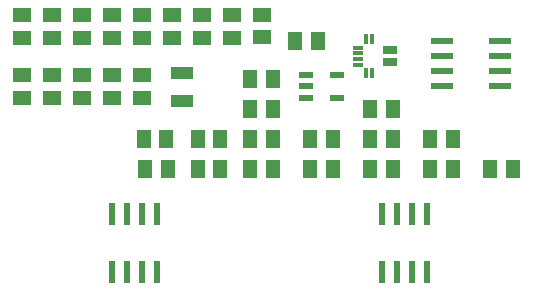
<source format=gbp>
G04 EAGLE Gerber RS-274X export*
G75*
%MOMM*%
%FSLAX34Y34*%
%LPD*%
%INBottom Paste*%
%IPPOS*%
%AMOC8*
5,1,8,0,0,1.08239X$1,22.5*%
G01*
%ADD10R,1.200000X0.533400*%
%ADD11R,1.200000X0.550000*%
%ADD12R,1.300000X1.500000*%
%ADD13R,1.500000X1.300000*%
%ADD14R,0.533400X1.981200*%
%ADD15R,1.981200X0.533400*%
%ADD16R,0.300000X0.850000*%
%ADD17R,0.850000X0.300000*%
%ADD18R,1.270000X0.800000*%
%ADD19R,1.900000X1.100000*%


D10*
X291800Y168300D03*
X291800Y177800D03*
X291800Y187300D03*
D11*
X317800Y187300D03*
X317800Y168300D03*
D12*
X314300Y107950D03*
X295300Y107950D03*
X365100Y133350D03*
X346100Y133350D03*
X263500Y184150D03*
X244500Y184150D03*
X314300Y133350D03*
X295300Y133350D03*
D13*
X177800Y219100D03*
X177800Y238100D03*
D12*
X365100Y107950D03*
X346100Y107950D03*
X200050Y133350D03*
X219050Y133350D03*
D13*
X228600Y219100D03*
X228600Y238100D03*
X50800Y187300D03*
X50800Y168300D03*
D12*
X200050Y107950D03*
X219050Y107950D03*
X244500Y107950D03*
X263500Y107950D03*
X244500Y133350D03*
X263500Y133350D03*
D13*
X152400Y219100D03*
X152400Y238100D03*
X203200Y219100D03*
X203200Y238100D03*
X127000Y238100D03*
X127000Y219100D03*
D14*
X127000Y69850D03*
X139700Y69850D03*
X152400Y69850D03*
X165100Y69850D03*
X165100Y20320D03*
X152400Y20320D03*
X139700Y20320D03*
X127000Y20320D03*
X355600Y69850D03*
X368300Y69850D03*
X381000Y69850D03*
X393700Y69850D03*
X393700Y20320D03*
X381000Y20320D03*
X368300Y20320D03*
X355600Y20320D03*
D15*
X406400Y177800D03*
X406400Y190500D03*
X406400Y203200D03*
X406400Y215900D03*
X455930Y215900D03*
X455930Y203200D03*
X455930Y190500D03*
X455930Y177800D03*
D16*
X342750Y217700D03*
X342750Y188700D03*
D17*
X335750Y210700D03*
X335750Y205700D03*
X335750Y200700D03*
X335750Y195700D03*
D18*
X362750Y208200D03*
X362750Y198200D03*
D16*
X347750Y188700D03*
X347750Y217700D03*
D12*
X365100Y158750D03*
X346100Y158750D03*
X301600Y215900D03*
X282600Y215900D03*
D13*
X101600Y187300D03*
X101600Y168300D03*
X76200Y187300D03*
X76200Y168300D03*
X127000Y187300D03*
X127000Y168300D03*
X152400Y187300D03*
X152400Y168300D03*
D12*
X415900Y133350D03*
X396900Y133350D03*
X415900Y107950D03*
X396900Y107950D03*
X466700Y107950D03*
X447700Y107950D03*
X244500Y158750D03*
X263500Y158750D03*
D13*
X101600Y238100D03*
X101600Y219100D03*
X50800Y238100D03*
X50800Y219100D03*
X76200Y238100D03*
X76200Y219100D03*
D19*
X186944Y189038D03*
X186944Y165038D03*
D12*
X174600Y107950D03*
X155600Y107950D03*
X173330Y133350D03*
X154330Y133350D03*
D13*
X254508Y219354D03*
X254508Y238354D03*
M02*

</source>
